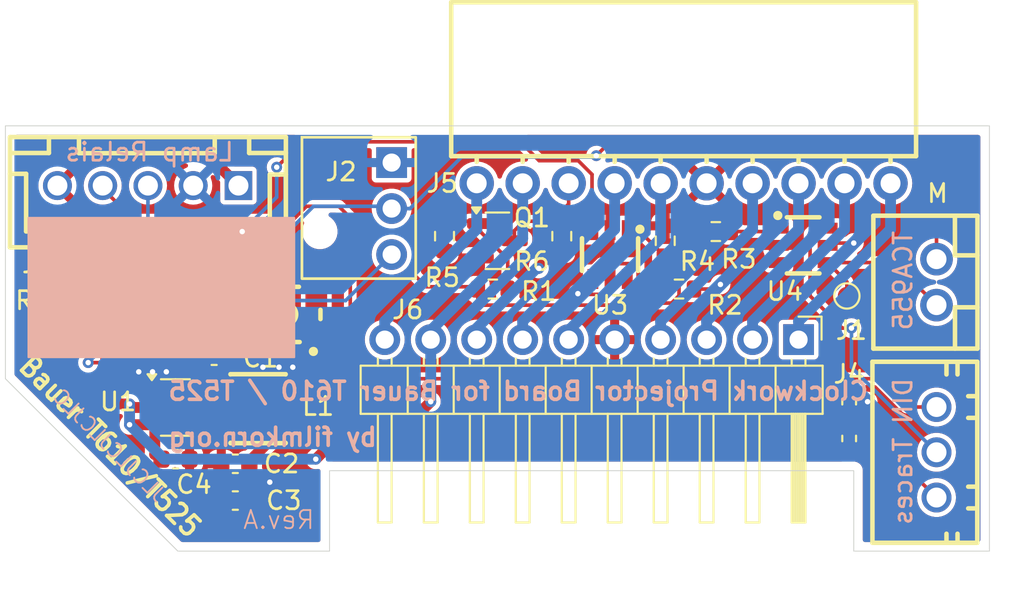
<source format=kicad_pcb>
(kicad_pcb (version 20240108) (generator "pcbnew") (generator_version "8.0")
  (layers (0 "F.Cu" signal) (31 "B.Cu" signal) (34 "B.Paste" user) (35 "F.Paste" user) (36 "B.SilkS" user "B.Silkscreen") (37 "F.SilkS" user "F.Silkscreen") (38 "B.Mask" user) (39 "F.Mask" user) (44 "Edge.Cuts" user))
  (net 0 "")
  (net 1 "Net-(U1-BST)")
  (net 2 "Net-(U1-SW)")
  (net 3 "GND")
  (net 4 "+5V")
  (net 5 "+15V")
  (net 6 "/M-Pin")
  (net 7 "/Pin_678")
  (net 8 "/Ctrl_V_in")
  (net 9 "/Stop_EN")
  (net 10 "/DAC_EN")
  (net 11 "Net-(J5-Pin_1)")
  (net 12 "Net-(J5-Pin_8)")
  (net 13 "Net-(J5-Pin_7)")
  (net 14 "Net-(J5-Pin_10)")
  (net 15 "Net-(J5-Pin_4)")
  (net 16 "Net-(J5-Pin_3)")
  (net 17 "Net-(R3-Pad1)")
  (net 18 "Net-(R3-Pad2)")
  (net 20 "Net-(J5-Pin_6)")
  (net 21 "Net-(J5-Pin_2)")
  (net 22 "Net-(J6-Pin_8)")
  (net 23 "Net-(R2-Pad1)")
  (net 24 "Net-(Q1-G)")
  (net 25 "Net-(U5-+)")
  (net 26 "Net-(R9-Pad2)")
  (net 28 "Net-(R9-Pad1)")
  (net 29 "Net-(U5--)")
  (net 30 "Net-(J4-Pin_3)")
  (footprint "TestPoint:TestPoint_Pad_D1.0mm" (layer "F.Cu") (at 209.677 85.598)
    (property "Reference" "TP1" (hide yes))
    (property "Value" "678")
    (pad "1" smd circle (at 0 0) (size 1 1) (layers "F.Cu" "F.Mask") (net 7 "/Pin_678"))
  )
  (footprint "easyEDA:IND-SMD_L3.0-W3.0" (layer "F.Cu") (at 177.152 91.821 180)
    (property "Reference" "L1" (at -3.315 0.127 0) (layer "F.SilkS"))
    (property "Value" "4.7uH")
    (pad "1" smd rect (at 1.33 0 180) (size 1.5 3.32) (layers "F.Cu" "F.Paste" "F.Mask") (net 2 "Net-(U1-SW)"))
    (pad "2" smd rect (at -1.33 0 180) (size 1.5 3.32) (layers "F.Cu" "F.Paste" "F.Mask") (net 4 "+5V"))
  )
  (footprint "Resistor_SMD:R_0402_1005Metric" (layer "F.Cu") (at 209.804 91.44 90)
    (property "Reference" "R12" (hide yes))
    (property "Value" "40k2")
    (pad "1" smd roundrect (at -0.51 0 90) (size 0.54 0.64) (layers "F.Cu" "F.Paste" "F.Mask") (net 30 "Net-(J4-Pin_3)"))
    (pad "2" smd roundrect (at 0.51 0 90) (size 0.54 0.64) (layers "F.Cu" "F.Paste" "F.Mask") (net 4 "+5V"))
  )
  (footprint "Resistor_SMD:R_0603_1608Metric" (layer "F.Cu") (at 168.91 88.138 -90)
    (property "Reference" "R10" (at -0.762 2.286 0) (layer "F.SilkS"))
    (property "Value" "10k")
    (pad "1" smd roundrect (at -0.825 0 270) (size 0.8 0.95) (layers "F.Cu" "F.Paste" "F.Mask") (net 29 "Net-(U5--)"))
    (pad "2" smd roundrect (at 0.825 0 270) (size 0.8 0.95) (layers "F.Cu" "F.Paste" "F.Mask") (net 8 "/Ctrl_V_in"))
  )
  (footprint "Capacitor_SMD:C_0603_1608Metric" (layer "F.Cu") (at 175.895 94.869 180)
    (property "Reference" "C2" (at -2.553 0 0) (layer "F.SilkS"))
    (property "Value" "22u")
    (pad "1" smd roundrect (at -0.775 0 180) (size 0.9 0.95) (layers "F.Cu" "F.Paste" "F.Mask") (net 4 "+5V"))
    (pad "2" smd roundrect (at 0.775 0 180) (size 0.9 0.95) (layers "F.Cu" "F.Paste" "F.Mask") (net 3 "GND"))
  )
  (footprint "Resistor_SMD:R_0603_1608Metric" (layer "F.Cu") (at 187.452 82.296 90)
    (property "Reference" "R5" (at -2.286 -0.127 180) (layer "F.SilkS"))
    (property "Value" "10k")
    (pad "1" smd roundrect (at -0.825 0 90) (size 0.8 0.95) (layers "F.Cu" "F.Paste" "F.Mask") (net 3 "GND"))
    (pad "2" smd roundrect (at 0.825 0 90) (size 0.8 0.95) (layers "F.Cu" "F.Paste" "F.Mask") (net 24 "Net-(Q1-G)"))
  )
  (footprint "Capacitor_SMD:C_0603_1608Metric" (layer "F.Cu") (at 172.593 94.615)
    (property "Reference" "C4" (at 1.016 1.397 0) (layer "F.SilkS"))
    (property "Value" "10u")
    (pad "1" smd roundrect (at -0.775 0) (size 0.9 0.95) (layers "F.Cu" "F.Paste" "F.Mask") (net 5 "+15V"))
    (pad "2" smd roundrect (at 0.775 0) (size 0.9 0.95) (layers "F.Cu" "F.Paste" "F.Mask") (net 3 "GND"))
  )
  (footprint "Resistor_SMD:R_0603_1608Metric" (layer "F.Cu") (at 202.438 82.042)
    (property "Reference" "R3" (at 1.27 1.524 0) (layer "F.SilkS"))
    (property "Value" "5k6")
    (pad "1" smd roundrect (at -0.825 0) (size 0.8 0.95) (layers "F.Cu" "F.Paste" "F.Mask") (net 17 "Net-(R3-Pad1)"))
    (pad "2" smd roundrect (at 0.825 0) (size 0.8 0.95) (layers "F.Cu" "F.Paste" "F.Mask") (net 18 "Net-(R3-Pad2)"))
  )
  (footprint "Peacemans Teile:PinHeader_1x03_P2.54mm_Vertical_BAUER" (layer "F.Cu") (at 184.531 78.232)
    (property "Reference" "J2" (at -2.794 0.508 0) (layer "F.SilkS"))
    (property "Value" "to DIN connecting 3+1 Socket cable")
    (pad "" np_thru_hole circle (at -3.9624 3.81) (size 1 1) (drill 1.45) (layers "F&B.Cu"))
    (pad "1" thru_hole rect (at 0 0) (size 1.7 1.7) (drill 1) (layers "*.Cu" "*.Mask") (net 4 "+5V"))
    (pad "2" thru_hole oval (at 0 2.54) (size 1.7 1.7) (drill 1) (layers "*.Cu" "*.Mask") (net 6 "/M-Pin"))
    (pad "3" thru_hole oval (at 0 5.08) (size 1.7 1.7) (drill 1) (layers "*.Cu" "*.Mask") (net 8 "/Ctrl_V_in"))
  )
  (footprint "Package_TO_SOT_SMD:TSOT-23-6" (layer "F.Cu") (at 172.5855 91.76)
    (property "Reference" "U1" (at -3.1675 -0.32 0) (layer "F.SilkS"))
    (property "Value" "AP63205WU")
    (pad "1" smd roundrect (at -1.1375 -0.95) (size 1.325 0.6) (layers "F.Cu" "F.Paste" "F.Mask") (net 4 "+5V"))
    (pad "2" smd roundrect (at -1.1375 0) (size 1.325 0.6) (layers "F.Cu" "F.Paste" "F.Mask") (net 5 "+15V"))
    (pad "3" smd roundrect (at -1.1375 0.95) (size 1.325 0.6) (layers "F.Cu" "F.Paste" "F.Mask") (net 5 "+15V"))
    (pad "4" smd roundrect (at 1.1375 0.95) (size 1.325 0.6) (layers "F.Cu" "F.Paste" "F.Mask") (net 3 "GND"))
    (pad "5" smd roundrect (at 1.1375 0) (size 1.325 0.6) (layers "F.Cu" "F.Paste" "F.Mask") (net 2 "Net-(U1-SW)"))
    (pad "6" smd roundrect (at 1.1375 -0.95) (size 1.325 0.6) (layers "F.Cu" "F.Paste" "F.Mask") (net 1 "Net-(U1-BST)"))
  )
  (footprint "easyEDA:SOT-23-6_L2.9-W1.6-P0.95-LS2.8-BR" (layer "F.Cu") (at 207.264 82.804 180)
    (property "Reference" "U4" (at 1.016 -2.54 180) (layer "F.SilkS"))
    (property "Value" "TS5A3160DBVR-TP")
    (pad "1" smd rect (at 1.35 0.95 180) (size 1.1 0.6) (layers "F.Cu" "F.Paste" "F.Mask") (net 18 "Net-(R3-Pad2)"))
    (pad "2" smd rect (at 1.35 0 180) (size 1.1 0.6) (layers "F.Cu" "F.Paste" "F.Mask") (net 3 "GND"))
    (pad "3" smd rect (at 1.35 -0.95 180) (size 1.1 0.6) (layers "F.Cu" "F.Paste" "F.Mask"))
    (pad "4" smd rect (at -1.35 -0.95 180) (size 1.1 0.6) (layers "F.Cu" "F.Paste" "F.Mask") (net 7 "/Pin_678"))
    (pad "5" smd rect (at -1.35 0 180) (size 1.1 0.6) (layers "F.Cu" "F.Paste" "F.Mask") (net 4 "+5V"))
    (pad "6" smd rect (at -1.35 0.95 180) (size 1.1 0.6) (layers "F.Cu" "F.Paste" "F.Mask") (net 10 "/DAC_EN"))
  )
  (footprint "easyEDA:SOT-23-5_L2.9-W1.6-P0.95-LS2.8-BR" (layer "F.Cu") (at 172.212 85.09 90)
    (property "Reference" "U5" (at -0.889 2.667 180) (layer "F.SilkS"))
    (property "Value" "TSV911ILT")
    (pad "1" smd rect (at 1.1 0.95 180) (size 0.6 1) (layers "F.Cu" "F.Paste" "F.Mask") (net 28 "Net-(R9-Pad1)"))
    (pad "2" smd rect (at 1.1 0 180) (size 0.6 1) (layers "F.Cu" "F.Paste" "F.Mask") (net 3 "GND"))
    (pad "3" smd rect (at 1.1 -0.95 180) (size 0.6 1) (layers "F.Cu" "F.Paste" "F.Mask") (net 25 "Net-(U5-+)"))
    (pad "4" smd rect (at -1.1 -0.95 180) (size 0.6 1) (layers "F.Cu" "F.Paste" "F.Mask") (net 29 "Net-(U5--)"))
    (pad "5" smd rect (at -1.1 0.95 180) (size 0.6 1) (layers "F.Cu" "F.Paste" "F.Mask") (net 4 "+5V"))
  )
  (footprint "Resistor_SMD:R_0603_1608Metric" (layer "F.Cu") (at 166.497 84.963 -90)
    (property "Reference" "R7" (at 0.889 1.778 180) (layer "F.SilkS"))
    (property "Value" "10k")
    (pad "1" smd roundrect (at -0.825 0 270) (size 0.8 0.95) (layers "F.Cu" "F.Paste" "F.Mask") (net 25 "Net-(U5-+)"))
    (pad "2" smd roundrect (at 0.825 0 270) (size 0.8 0.95) (layers "F.Cu" "F.Paste" "F.Mask") (net 4 "+5V"))
  )
  (footprint "easyEDA:CONN-TH_5P-P2.50_ZX-XH2.54-5PZZ" (layer "F.Cu") (at 171.069 79.502 180)
    (property "Reference" "J3" (at 6.096 -4.318 0) (layer "F.SilkS"))
    (property "Value" "to Lamp Relay Board")
    (pad "1" thru_hole rect (at -5 0 180) (size 1.52 1.6) (drill 1.100023) (layers "*.Cu" "*.Mask") (net 5 "+15V"))
    (pad "2" thru_hole circle (at -2.5 0 180) (size 1.6 1.6) (drill 1.100023) (layers "*.Cu" "*.Mask") (net 4 "+5V"))
    (pad "3" thru_hole circle (at 0 0 180) (size 1.6 1.6) (drill 1.100023) (layers "*.Cu" "*.Mask") (net 6 "/M-Pin"))
    (pad "4" thru_hole circle (at 2.5 0 180) (size 1.6 1.6) (drill 1.100023) (layers "*.Cu" "*.Mask") (net 9 "/Stop_EN"))
    (pad "5" thru_hole circle (at 5 0 180) (size 1.6 1.6) (drill 1.100023) (layers "*.Cu" "*.Mask") (net 3 "GND"))
  )
  (footprint "easyEDA:CONN-TH_2P-P2.54_ZX-XH2.54-2PZZ-Y" (layer "F.Cu") (at 214.63 84.836 90)
    (property "Reference" "J1" (at -2.667 -4.699 180) (layer "F.SilkS"))
    (property "Value" "to TCA955 PCB")
    (pad "1" thru_hole circle (at 1.27 0 90) (size 1.8 1.8) (drill 1.100023) (layers "*.Cu" "*.Mask") (net 6 "/M-Pin"))
    (pad "2" thru_hole circle (at -1.27 0 90) (size 1.8 1.8) (drill 1.100023) (layers "*.Cu" "*.Mask") (net 7 "/Pin_678"))
  )
  (footprint "Resistor_SMD:R_0603_1608Metric" (layer "F.Cu") (at 193.929 82.296 90)
    (property "Reference" "R6" (at -1.397 -1.651 180) (layer "F.SilkS"))
    (property "Value" "10k")
    (pad "1" smd roundrect (at -0.825 0 90) (size 0.8 0.95) (layers "F.Cu" "F.Paste" "F.Mask") (net 22 "Net-(J6-Pin_8)"))
    (pad "2" smd roundrect (at 0.825 0 90) (size 0.8 0.95) (layers "F.Cu" "F.Paste" "F.Mask") (net 12 "Net-(J5-Pin_8)"))
  )
  (footprint "Capacitor_SMD:C_0603_1608Metric" (layer "F.Cu") (at 175.895 96.901 180)
    (property "Reference" "C3" (at -2.68 0 0) (layer "F.SilkS"))
    (property "Value" "22u")
    (pad "1" smd roundrect (at -0.775 0 180) (size 0.9 0.95) (layers "F.Cu" "F.Paste" "F.Mask") (net 4 "+5V"))
    (pad "2" smd roundrect (at 0.775 0 180) (size 0.9 0.95) (layers "F.Cu" "F.Paste" "F.Mask") (net 3 "GND"))
  )
  (footprint "Resistor_SMD:R_0402_1005Metric" (layer "F.Cu") (at 209.804 93.472 90)
    (property "Reference" "R11" (hide yes))
    (property "Value" "10k")
    (pad "1" smd roundrect (at -0.51 0 90) (size 0.54 0.64) (layers "F.Cu" "F.Paste" "F.Mask") (net 3 "GND"))
    (pad "2" smd roundrect (at 0.51 0 90) (size 0.54 0.64) (layers "F.Cu" "F.Paste" "F.Mask") (net 30 "Net-(J4-Pin_3)"))
  )
  (footprint "easyEDA:RES-ADJ-SMD_3P-L3.8-W3.7_VGF39NCHXT" (layer "F.Cu") (at 178.689 86.614)
    (property "Reference" "RV1" (hide yes))
    (property "Value" "300")
    (pad "1" smd rect (at 1.68 1) (size 1.2 1.2) (layers "F.Cu" "F.Paste" "F.Mask"))
    (pad "2" smd rect (at -1.68 -0.01) (size 1.6 1.5) (layers "F.Cu" "F.Paste" "F.Mask") (net 29 "Net-(U5--)"))
    (pad "3" smd rect (at 1.68 -1) (size 1.2 1.2) (layers "F.Cu" "F.Paste" "F.Mask") (net 26 "Net-(R9-Pad2)"))
  )
  (footprint "Resistor_SMD:R_0603_1608Metric" (layer "F.Cu") (at 177.165 83.947)
    (property "Reference" "R9" (at -2.286 0.254 0) (layer "F.SilkS"))
    (property "Value" "2k7")
    (pad "1" smd roundrect (at -0.825 0) (size 0.8 0.95) (layers "F.Cu" "F.Paste" "F.Mask") (net 28 "Net-(R9-Pad1)"))
    (pad "2" smd roundrect (at 0.825 0) (size 0.8 0.95) (layers "F.Cu" "F.Paste" "F.Mask") (net 26 "Net-(R9-Pad2)"))
  )
  (footprint "easyEDA:HDR-TH_10P-P2.54-H-F-W10.0-N" (layer "F.Cu") (at 200.66 79.375 180)
    (property "Reference" "J5" (at 13.335 0 0) (layer "F.SilkS"))
    (property "Value" "Relais Board")
    (pad "1" thru_hole circle (at -11.43 0 180) (size 1.9 1.9) (drill 1.100023) (layers "*.Cu" "*.Mask") (net 11 "Net-(J5-Pin_1)"))
    (pad "2" thru_hole circle (at -8.89 0 180) (size 1.9 1.9) (drill 1.100023) (layers "*.Cu" "*.Mask") (net 21 "Net-(J5-Pin_2)"))
    (pad "3" thru_hole circle (at -6.35 0 180) (size 1.9 1.9) (drill 1.100023) (layers "*.Cu" "*.Mask") (net 16 "Net-(J5-Pin_3)"))
    (pad "4" thru_hole circle (at -3.81 0 180) (size 1.9 1.9) (drill 1.100023) (layers "*.Cu" "*.Mask") (net 15 "Net-(J5-Pin_4)"))
    (pad "5" thru_hole circle (at -1.27 0 180) (size 1.9 1.9) (drill 1.100023) (layers "*.Cu" "*.Mask") (net 3 "GND"))
    (pad "6" thru_hole circle (at 1.27 0 180) (size 1.9 1.9) (drill 1.100023) (layers "*.Cu" "*.Mask") (net 20 "Net-(J5-Pin_6)"))
    (pad "7" thru_hole circle (at 3.81 0 180) (size 1.9 1.9) (drill 1.100023) (layers "*.Cu" "*.Mask") (net 13 "Net-(J5-Pin_7)"))
    (pad "8" thru_hole circle (at 6.35 0 180) (size 1.9 1.9) (drill 1.100023) (layers "*.Cu" "*.Mask") (net 12 "Net-(J5-Pin_8)"))
    (pad "9" thru_hole circle (at 8.89 0 180) (size 1.9 1.9) (drill 1.100023) (layers "*.Cu" "*.Mask") (net 5 "+15V"))
    (pad "10" thru_hole circle (at 11.43 0 180) (size 1.9 1.9) (drill 1.100023) (layers "*.Cu" "*.Mask") (net 14 "Net-(J5-Pin_10)"))
  )
  (footprint "Resistor_SMD:R_0603_1608Metric" (layer "F.Cu") (at 199.644 82.55 -90)
    (property "Reference" "R4" (at 1.143 -1.778 0) (layer "F.SilkS"))
    (property "Value" "2k7")
    (pad "1" smd roundrect (at -0.825 0 270) (size 0.8 0.95) (layers "F.Cu" "F.Paste" "F.Mask") (net 3 "GND"))
    (pad "2" smd roundrect (at 0.825 0 270) (size 0.8 0.95) (layers "F.Cu" "F.Paste" "F.Mask") (net 23 "Net-(R2-Pad1)"))
  )
  (footprint "Resistor_SMD:R_0603_1608Metric" (layer "F.Cu") (at 168.91 84.963 90)
    (property "Reference" "R8" (hide yes))
    (property "Value" "4k7")
    (pad "1" smd roundrect (at -0.825 0 90) (size 0.8 0.95) (layers "F.Cu" "F.Paste" "F.Mask") (net 3 "GND"))
    (pad "2" smd roundrect (at 0.825 0 90) (size 0.8 0.95) (layers "F.Cu" "F.Paste" "F.Mask") (net 25 "Net-(U5-+)"))
  )
  (footprint "easyEDA:CONN-TH_ZX-XH2.54-3PZZ-Y" (layer "F.Cu") (at 214.63 94.234 -90)
    (property "Reference" "J4" (at -4.318 4.826 180) (layer "F.SilkS"))
    (property "Value" "to DIN Socket traces")
    (pad "1" thru_hole circle (at -2.5 0 270) (size 1.65 1.65) (drill 1.100023) (layers "*.Cu" "*.Mask") (net 9 "/Stop_EN"))
    (pad "2" thru_hole circle (at 0 0 270) (size 1.65 1.65) (drill 1.100023) (layers "*.Cu" "*.Mask") (net 10 "/DAC_EN"))
    (pad "3" thru_hole circle (at 2.5 0 270) (size 1.65 1.65) (drill 1.100023) (layers "*.Cu" "*.Mask") (net 30 "Net-(J4-Pin_3)"))
  )
  (footprint "Package_TO_SOT_SMD:SOT-23" (layer "F.Cu") (at 190.373 82.55)
    (property "Reference" "Q1" (at 1.905 -1.27 0) (layer "F.SilkS"))
    (property "Value" "AO3400A")
    (pad "1" smd roundrect (at -0.9375 -0.95) (size 1.475 0.6) (layers "F.Cu" "F.Paste" "F.Mask") (net 24 "Net-(Q1-G)"))
    (pad "2" smd roundrect (at -0.9375 0.95) (size 1.475 0.6) (layers "F.Cu" "F.Paste" "F.Mask") (net 3 "GND"))
    (pad "3" smd roundrect (at 0.9375 0) (size 1.475 0.6) (layers "F.Cu" "F.Paste" "F.Mask") (net 12 "Net-(J5-Pin_8)"))
  )
  (footprint "easyEDA:SOT-23-6_L2.9-W1.6-P0.95-LS2.8-BR" (layer "F.Cu") (at 196.596 83.312 90)
    (property "Reference" "U3" (at -2.794 0 180) (layer "F.SilkS"))
    (property "Value" "TS5A3160DBVR-TP")
    (pad "1" smd rect (at 1.35 0.95 90) (size 1.1 0.6) (layers "F.Cu" "F.Paste" "F.Mask") (net 23 "Net-(R2-Pad1)"))
    (pad "2" smd rect (at 1.35 0 90) (size 1.1 0.6) (layers "F.Cu" "F.Paste" "F.Mask") (net 3 "GND"))
    (pad "3" smd rect (at 1.35 -0.95 90) (size 1.1 0.6) (layers "F.Cu" "F.Paste" "F.Mask") (net 28 "Net-(R9-Pad1)"))
    (pad "4" smd rect (at -1.35 -0.95 90) (size 1.1 0.6) (layers "F.Cu" "F.Paste" "F.Mask") (net 17 "Net-(R3-Pad1)"))
    (pad "5" smd rect (at -1.35 0 90) (size 1.1 0.6) (layers "F.Cu" "F.Paste" "F.Mask") (net 4 "+5V"))
    (pad "6" smd rect (at -1.35 0.95 90) (size 1.1 0.6) (layers "F.Cu" "F.Paste" "F.Mask") (net 9 "/Stop_EN"))
  )
  (footprint "Resistor_SMD:R_0603_1608Metric" (layer "F.Cu") (at 200.406 85.217)
    (property "Reference" "R2" (at 2.54 0.889 180) (layer "F.SilkS"))
    (property "Value" "6k8")
    (pad "1" smd roundrect (at -0.825 0) (size 0.8 0.95) (layers "F.Cu" "F.Paste" "F.Mask") (net 23 "Net-(R2-Pad1)"))
    (pad "2" smd roundrect (at 0.825 0) (size 0.8 0.95) (layers "F.Cu" "F.Paste" "F.Mask") (net 4 "+5V"))
  )
  (footprint "Capacitor_SMD:C_0603_1608Metric" (layer "F.Cu") (at 171.577 88.011 180)
    (property "Reference" "C5" (at -2.54 0.508 0) (layer "F.SilkS"))
    (property "Value" "100n")
    (pad "1" smd roundrect (at -0.775 0 180) (size 0.9 0.95) (layers "F.Cu" "F.Paste" "F.Mask") (net 4 "+5V"))
    (pad "2" smd roundrect (at 0.775 0 180) (size 0.9 0.95) (layers "F.Cu" "F.Paste" "F.Mask") (net 3 "GND"))
  )
  (footprint "Connector_PinHeader_2.54mm:PinHeader_1x10_P2.54mm_Horizontal" (layer "F.Cu") (at 207.01 88.011 -90)
    (property "Reference" "J6" (at -1.651 21.59 180) (layer "F.SilkS"))
    (property "Value" "uC Cable")
    (pad "1" thru_hole rect (at 0 0 270) (size 1.7 1.7) (drill 1) (layers "*.Cu" "*.Mask") (net 11 "Net-(J5-Pin_1)"))
    (pad "2" thru_hole oval (at 0 2.54 270) (size 1.7 1.7) (drill 1) (layers "*.Cu" "*.Mask") (net 21 "Net-(J5-Pin_2)"))
    (pad "3" thru_hole oval (at 0 5.08 270) (size 1.7 1.7) (drill 1) (layers "*.Cu" "*.Mask") (net 16 "Net-(J5-Pin_3)"))
    (pad "4" thru_hole oval (at 0 7.62 270) (size 1.7 1.7) (drill 1) (layers "*.Cu" "*.Mask") (net 15 "Net-(J5-Pin_4)"))
    (pad "5" thru_hole oval (at 0 10.16 270) (size 1.7 1.7) (drill 1) (layers "*.Cu" "*.Mask") (net 3 "GND"))
    (pad "6" thru_hole oval (at 0 12.7 270) (size 1.7 1.7) (drill 1) (layers "*.Cu" "*.Mask") (net 20 "Net-(J5-Pin_6)"))
    (pad "7" thru_hole oval (at 0 15.24 270) (size 1.7 1.7) (drill 1) (layers "*.Cu" "*.Mask") (net 13 "Net-(J5-Pin_7)"))
    (pad "8" thru_hole oval (at 0 17.78 270) (size 1.7 1.7) (drill 1) (layers "*.Cu" "*.Mask") (net 22 "Net-(J6-Pin_8)"))
    (pad "9" thru_hole oval (at 0 20.32 270) (size 1.7 1.7) (drill 1) (layers "*.Cu" "*.Mask") (net 5 "+15V"))
    (pad "10" thru_hole oval (at 0 22.86 270) (size 1.7 1.7) (drill 1) (layers "*.Cu" "*.Mask") (net 14 "Net-(J5-Pin_10)"))
  )
  (footprint "Resistor_SMD:R_0603_1608Metric" (layer "F.Cu") (at 190.119 85.217)
    (property "Reference" "R1" (at 2.54 0.127 0) (layer "F.SilkS"))
    (property "Value" "220")
    (pad "1" smd roundrect (at -0.825 0) (size 0.8 0.95) (layers "F.Cu" "F.Paste" "F.Mask") (net 9 "/Stop_EN"))
    (pad "2" smd roundrect (at 0.825 0) (size 0.8 0.95) (layers "F.Cu" "F.Paste" "F.Mask") (net 24 "Net-(Q1-G)"))
  )
  (footprint "Capacitor_SMD:C_0603_1608Metric" (layer "F.Cu") (at 174.726 88.9 180)
    (property "Reference" "C1" (at -2.566 -0.127 0) (layer "F.SilkS"))
    (property "Value" "100n")
    (pad "1" smd roundrect (at -0.775 0 180) (size 0.9 0.95) (layers "F.Cu" "F.Paste" "F.Mask") (net 2 "Net-(U1-SW)"))
    (pad "2" smd roundrect (at 0.775 0 180) (size 0.9 0.95) (layers "F.Cu" "F.Paste" "F.Mask") (net 1 "Net-(U1-BST)"))
  )
  (gr_rect (start 164.465 81.28) (end 179.154876 88.984876) (stroke (width 0.1)) (fill solid) (layer "B.SilkS"))
  (gr_poly (pts (xy 163.195 76.2) (xy 217.551 76.2) (xy 217.551 99.695) (xy 210.058 99.695) (xy 210.058 95.25) (xy 181.102 95.25) (xy 181.102 99.695) (xy 172.72 99.695) (xy 163.195 90.17)) (stroke (width 0.05)) (fill none) (layer "Edge.Cuts"))
  (gr_text "Clockwork Projector Board for Bauer T610 / T525" (at 172.085 91.44 0) (layer "B.SilkS") (effects (font (size 1 1) (thickness 0.2) (bold yes)) (justify right bottom mirror)))
  (gr_text "by filmkorn.org" (at 172.085 93.98 0) (layer "B.SilkS") (effects (font (size 1 1) (thickness 0.2) (bold yes)) (justify right bottom mirror)))
  (gr_text "TCA955" (at 213.36 81.915 90) (layer "B.SilkS") (effects (font (size 1 1)) (justify left bottom mirror)))
  (gr_text "Lamp Relais" (at 175.895 78.232 0) (layer "B.SilkS") (effects (font (size 1 1)) (justify left bottom mirror)))
  (gr_text "DIN Traces" (at 213.36 90.043 90) (layer "B.SilkS") (effects (font (size 1 1)) (justify left bottom mirror)))
  (gr_text "Rev.A" (at 180.34 98.552 0) (layer "B.SilkS") (effects (font (size 1 1) (thickness 0.1)) (justify left bottom mirror)))
  (gr_text "JLCJLCJLCJLC" (at 171.577 97.155 315) (layer "B.SilkS") (effects (font (size 0.8 0.8) (thickness 0.1)) (justify left bottom mirror)))
  (gr_text "Bauer T610/T525" (at 168.529 94.361 315) (layer "F.SilkS") (effects (font (size 1.1 1) (thickness 0.2) (bold yes)) (justify bottom)))
  (gr_text "M" (at 214.015 80.518 0) (layer "F.SilkS") (effects (font (size 1 1)) (justify left bottom)))
  (segment (start 173.723 90.81) (end 173.723 89.802) (width 0.6) (layer "F.Cu") (net 1))
  (segment (start 173.99 89.535) (end 173.951 89.496) (width 0.6) (layer "F.Cu") (net 1))
  (segment (start 173.951 89.496) (end 173.951 88.9) (width 0.6) (layer "F.Cu") (net 1))
  (segment (start 173.723 89.802) (end 173.99 89.535) (width 0.6) (layer "F.Cu") (net 1))
  (segment (start 175.761 91.76) (end 175.822 91.821) (width 0.2) (layer "F.Cu") (net 2))
  (segment (start 175.501 91.5) (end 175.822 91.821) (width 0.2) (layer "F.Cu") (net 2))
  (segment (start 175.501 88.9) (end 175.501 91.5) (width 0.6) (layer "F.Cu") (net 2))
  (segment (start 173.723 91.76) (end 175.761 91.76) (width 0.6) (layer "F.Cu") (net 2))
  (segment (start 178.482 92.917) (end 178.482 91.821) (width 0.6) (layer "F.Cu") (net 4))
  (segment (start 176.67 95.758) (end 177.673 95.758) (width 0.6) (layer "F.Cu") (net 4))
  (segment (start 201.231 85.217) (end 201.231 84.962) (width 0.2) (layer "F.Cu") (net 4))
  (segment (start 172.085 88.278) (end 172.352 88.011) (width 0.6) (layer "F.Cu") (net 4))
  (segment (start 176.67 94.729) (end 178.482 92.917) (width 0.6) (layer "F.Cu") (net 4))
  (segment (start 194.818 85.471) (end 194.859 85.512) (width 0.2) (layer "F.Cu") (net 4))
  (segment (start 172.974 86.378) (end 173.162 86.19) (width 0.6) (layer "F.Cu") (net 4))
  (segment (start 172.085 89.789) (end 172.085 88.278) (width 0.6) (layer "F.Cu") (net 4))
  (segment (start 171.323 89.789) (end 170.561 89.789) (width 0.6) (layer "F.Cu") (net 4))
  (segment (start 171.448 90.426) (end 172.085 89.789) (width 0.6) (layer "F.Cu") (net 4))
  (segment (start 171.448 90.81) (end 171.189 90.551) (width 0.6) (layer "F.Cu") (net 4))
  (segment (start 201.231 85.217) (end 202.438 85.217) (width 0.2) (layer "F.Cu") (net 4))
  (segment (start 172.974 87.389) (end 172.974 86.378) (width 0.6) (layer "F.Cu") (net 4))
  (segment (start 210.31 90.93) (end 210.82 91.44) (width 0.2) (layer "F.Cu") (net 4))
  (segment (start 176.67 95.758) (end 176.67 94.869) (width 0.6) (layer "F.Cu") (net 4))
  (segment (start 176.67 96.901) (end 176.67 95.758) (width 0.6) (layer "F.Cu") (net 4))
  (segment (start 171.189 90.551) (end 167.513 90.551) (width 0.6) (layer "F.Cu") (net 4))
  (segment (start 210.058 82.677) (end 208.741 82.677) (width 0.2) (layer "F.Cu") (net 4))
  (segment (start 178.482 89.709) (end 178.308 89.535) (width 0.6) (layer "F.Cu") (net 4))
  (segment (start 171.448 90.81) (end 171.448 90.426) (width 0.6) (layer "F.Cu") (net 4))
  (segment (start 196.596 85.412) (end 196.596 84.662) (width 0.2) (layer "F.Cu") (net 4))
  (segment (start 209.804 90.93) (end 210.31 90.93) (width 0.2) (layer "F.Cu") (net 4))
  (segment (start 178.308 89.535) (end 179.07 89.535) (width 0.6) (layer "F.Cu") (net 4))
  (segment (start 177.419 89.535) (end 179.07 89.535) (width 0.6) (layer "F.Cu") (net 4))
  (segment (start 166.497 89.535) (end 166.497 85.788) (width 0.6) (layer "F.Cu") (net 4))
  (segment (start 196.496 85.512) (end 196.596 85.412) (width 0.2) (layer "F.Cu") (net 4))
  (segment (start 171.198 90.426) (end 170.561 89.789) (width 0.6) (layer "F.Cu") (net 4))
  (segment (start 172.085 89.789) (end 171.323 89.789) (width 0.6) (layer "F.Cu") (net 4))
  (segment (start 171.448 90.426) (end 171.198 90.426) (width 0.6) (layer "F.Cu") (net 4))
  (segment (start 177.673 95.758) (end 177.8 95.885) (width 0.6) (layer "F.Cu") (net 4))
  (segment (start 176.67 94.869) (end 176.67 94.729) (width 0.6) (layer "F.Cu") (net 4))
  (segment (start 178.482 91.821) (end 178.482 89.709) (width 0.6) (layer "F.Cu") (net 4))
  (segment (start 194.859 85.512) (end 196.496 85.512) (width 0.2) (layer "F.Cu") (net 4))
  (segment (start 202.438 85.217) (end 202.692 84.963) (width 0.2) (layer "F.Cu") (net 4))
  (segment (start 208.741 82.677) (end 208.614 82.804) (width 0.2) (layer "F.Cu") (net 4))
  (segment (start 172.352 88.011) (end 172.974 87.389) (width 0.6) (layer "F.Cu") (net 4))
  (segment (start 167.513 90.551) (end 166.497 89.535) (width 0.6) (layer "F.Cu") (net 4))
  (via (at 202.692 84.963) (size 0.6) (drill 0.3) (layers "F.Cu" "B.Cu") (net 4))
  (via (at 210.82 91.44) (size 0.6) (drill 0.3) (layers "F.Cu" "B.Cu") (net 4))
  (via (at 172.085 89.789) (size 0.6) (drill 0.3) (layers "F.Cu" "B.Cu") (net 4))
  (via (at 210.058 82.677) (size 0.6) (drill 0.3) (layers "F.Cu" "B.Cu") (net 4))
  (via (at 179.07 89.535) (size 0.6) (drill 0.3) (layers "F.Cu" "B.Cu") (net 4))
  (via (at 194.818 85.471) (size 0.6) (drill 0.3) (layers "F.Cu" "B.Cu") (net 4))
  (via (at 170.561 89.789) (size 0.6) (drill 0.3) (layers "F.Cu" "B.Cu") (net 4))
  (via (at 178.308 89.535) (size 0.6) (drill 0.3) (layers "F.Cu" "B.Cu") (net 4))
  (via (at 177.419 89.535) (size 0.6) (drill 0.3) (layers "F.Cu" "B.Cu") (net 4))
  (via (at 171.323 89.789) (size 0.6) (drill 0.3) (layers "F.Cu" "B.Cu") (net 4))
  (via (at 177.8 95.885) (size 0.6) (drill 0.3) (layers "F.Cu" "B.Cu") (net 4))
  (segment (start 182.245 92.71) (end 180.34 94.615) (width 0.6) (layer "F.Cu") (net 5))
  (segment (start 165.227 77.724) (end 174.291 77.724) (width 0.6) (layer "F.Cu") (net 5))
  (segment (start 170.053 91.567) (end 170.246 91.76) (width 0.6) (layer "F.Cu") (net 5))
  (segment (start 174.291 77.724) (end 176.069 79.502) (width 0.6) (layer "F.Cu") (net 5))
  (segment (start 164.719 89.154) (end 164.719 78.232) (width 0.6) (layer "F.Cu") (net 5))
  (segment (start 170.246 91.76) (end 171.448 91.76) (width 0.6) (layer "F.Cu") (net 5))
  (segment (start 164.719 78.232) (end 165.227 77.724) (width 0.6) (layer "F.Cu") (net 5))
  (segment (start 167.132 91.567) (end 164.719 89.154) (width 0.6) (layer "F.Cu") (net 5))
  (segment (start 171.448 94.35) (end 171.437 94.361) (width 0.6) (layer "F.Cu") (net 5))
  (segment (start 186.69 91.44) (end 185.42 92.71) (width 0.6) (layer "F.Cu") (net 5))
  (segment (start 185.42 92.71) (end 182.245 92.71) (width 0.6) (layer "F.Cu") (net 5))
  (segment (start 171.448 92.71) (end 171.448 94.35) (width 0.6) (layer "F.Cu") (net 5))
  (segment (start 170.053 91.567) (end 167.132 91.567) (width 0.6) (layer "F.Cu") (net 5))
  (segment (start 170.053 92.71) (end 171.448 92.71) (width 0.6) (layer "F.Cu") (net 5))
  (via (at 170.053 92.71) (size 0.6) (drill 0.3) (layers "F.Cu" "B.Cu") (net 5))
  (via (at 186.69 91.44) (size 0.6) (drill 0.3) (layers "F.Cu" "B.Cu") (net 5))
  (via (at 170.053 91.567) (size 0.6) (drill 0.3) (layers "F.Cu" "B.Cu") (net 5))
  (via (at 180.34 94.615) (size 0.6) (drill 0.3) (layers "F.Cu" "B.Cu") (net 5))
  (segment (start 191.77 82.423) (end 191.77 79.375) (width 0.6) (layer "B.Cu") (net 5))
  (segment (start 186.69 87.503) (end 191.77 82.423) (width 0.6) (layer "B.Cu") (net 5))
  (segment (start 186.69 88.011) (end 186.69 91.44) (width 0.6) (layer "B.Cu") (net 5))
  (segment (start 171.958 94.615) (end 170.053 92.71) (width 0.6) (layer "B.Cu") (net 5))
  (segment (start 170.053 92.71) (end 170.053 91.567) (width 0.6) (layer "B.Cu") (net 5))
  (segment (start 180.34 94.615) (end 171.958 94.615) (width 0.6) (layer "B.Cu") (net 5))
  (segment (start 186.69 88.011) (end 186.69 87.503) (width 0.6) (layer "B.Cu") (net 5))
  (segment (start 214.63 79.375) (end 214.63 83.566) (width 0.2) (layer "F.Cu") (net 6))
  (segment (start 212.598 77.343) (end 214.63 79.375) (width 0.2) (layer "F.Cu") (net 6))
  (segment (start 195.834 77.851) (end 196.342 77.343) (width 0.2) (layer "F.Cu") (net 6))
  (segment (start 196.342 77.343) (end 212.598 77.343) (width 0.2) (layer "F.Cu") (net 6))
  (via (at 195.834 77.851) (size 0.6) (drill 0.3) (layers "F.Cu" "B.Cu") (net 6))
  (segment (start 180.213 80.645) (end 184.404 80.645) (width 0.2) (layer "B.Cu") (net 6))
  (segment (start 171.069 81.407) (end 173.228 83.566) (width 0.2) (layer "B.Cu") (net 6))
  (segment (start 173.228 83.566) (end 177.292 83.566) (width 0.2) (layer "B.Cu") (net 6))
  (segment (start 171.069 79.502) (end 171.069 81.407) (width 0.2) (layer "B.Cu") (net 6))
  (segment (start 195.834 77.851) (end 195.76 77.925) (width 0.2) (layer "B.Cu") (net 6))
  (segment (start 177.292 83.566) (end 180.213 80.645) (width 0.2) (layer "B.Cu") (net 6))
  (segment (start 184.404 80.645) (end 184.531 80.772) (width 0.2) (layer "B.Cu") (net 6))
  (segment (start 188.394 77.925) (end 185.547 80.772) (width 0.2) (layer "B.Cu") (net 6))
  (segment (start 185.547 80.772) (end 184.531 80.772) (width 0.2) (layer "B.Cu") (net 6))
  (segment (start 195.76 77.925) (end 188.394 77.925) (width 0.2) (layer "B.Cu") (net 6))
  (segment (start 209.677 84.817) (end 208.614 83.754) (width 0.2) (layer "F.Cu") (net 7))
  (segment (start 209.677 85.598) (end 209.677 84.817) (width 0.2) (layer "F.Cu") (net 7))
  (segment (start 208.614 83.754) (end 212.278 83.754) (width 0.2) (layer "F.Cu") (net 7))
  (segment (start 212.278 83.754) (end 214.63 86.106) (width 0.2) (layer "F.Cu") (net 7))
  (segment (start 168.592 89.281) (end 168.91 88.963) (width 0.2) (layer "F.Cu") (net 8))
  (segment (start 167.767 89.281) (end 168.592 89.281) (width 0.2) (layer "F.Cu") (net 8))
  (via (at 167.767 89.281) (size 0.6) (drill 0.3) (layers "F.Cu" "B.Cu") (net 8))
  (segment (start 181.991 85.852) (end 184.531 83.312) (width 0.2) (layer "B.Cu") (net 8))
  (segment (start 167.767 89.281) (end 171.196 85.852) (width 0.2) (layer "B.Cu") (net 8))
  (segment (start 171.196 85.852) (end 181.991 85.852) (width 0.2) (layer "B.Cu") (net 8))
  (segment (start 189.167 85.09) (end 189.294 85.217) (width 0.2) (layer "F.Cu") (net 9))
  (segment (start 170.307 81.407) (end 179.065 81.407) (width 0.2) (layer "F.Cu") (net 9))
  (segment (start 183.027 82.062) (end 185.048767 82.062) (width 0.2) (layer "F.Cu") (net 9))
  (segment (start 183.515 90.17) (end 211.415 90.17) (width 0.2) (layer "F.Cu") (net 9))
  (segment (start 179.827 80.645) (end 181.61 80.645) (width 0.2) (layer "F.Cu") (net 9))
  (segment (start 197.546 85.537) (end 197.546 84.662) (width 0.2) (layer "F.Cu") (net 9))
  (segment (start 189.294 85.217) (end 189.294 85.852) (width 0.2) (layer "F.Cu") (net 9))
  (segment (start 189.548 86.106) (end 196.977 86.106) (width 0.2) (layer "F.Cu") (net 9))
  (segment (start 212.979 91.734) (end 214.884 91.734) (width 0.2) (layer "F.Cu") (net 9))
  (segment (start 189.294 85.852) (end 189.548 86.106) (width 0.2) (layer "F.Cu") (net 9))
  (segment (start 185.801 84.063767) (end 185.801 84.455) (width 0.2) (layer "F.Cu") (net 9))
  (segment (start 168.569 79.502) (end 168.569 79.669) (width 0.2) (layer "F.Cu") (net 9))
  (segment (start 179.065 81.407) (end 179.827 80.645) (width 0.2) (layer "F.Cu") (net 9))
  (segment (start 211.415 90.17) (end 212.979 91.734) (width 0.2) (layer "F.Cu") (net 9))
  (segment (start 185.781 84.043767) (end 185.801 84.063767) (width 0.2) (layer "F.Cu") (net 9))
  (segment (start 168.569 79.669) (end 170.307 81.407) (width 0.2) (layer "F.Cu") (net 9))
  (segment (start 185.801 84.455) (end 186.436 85.09) (width 0.2) (layer "F.Cu") (net 9))
  (segment (start 181.61 80.645) (end 183.027 82.062) (width 0.2) (layer "F.Cu") (net 9))
  (segment (start 186.436 85.09) (end 189.167 85.09) (width 0.2) (layer "F.Cu") (net 9))
  (segment (start 182.245 88.9) (end 183.515 90.17) (width 0.2) (layer "F.Cu") (net 9))
  (segment (start 182.245 81.28) (end 182.245 88.9) (width 0.2) (layer "F.Cu") (net 9))
  (segment (start 185.781 82.794233) (end 185.781 84.043767) (width 0.2) (layer "F.Cu") (net 9))
  (segment (start 185.048767 82.062) (end 185.781 82.794233) (width 0.2) (layer "F.Cu") (net 9))
  (segment (start 196.977 86.106) (end 197.546 85.537) (width 0.2) (layer "F.Cu") (net 9))
  (segment (start 207.645 82.169) (end 207.96 81.854) (width 0.2) (layer "F.Cu") (net 10))
  (segment (start 207.645 85.598) (end 207.645 82.169) (width 0.2) (layer "F.Cu") (net 10))
  (segment (start 207.96 81.854) (end 208.614 81.854) (width 0.2) (layer "F.Cu") (net 10))
  (segment (start 209.931 87.376) (end 209.423 87.376) (width 0.2) (layer "F.Cu") (net 10))
  (segment (start 209.423 87.376) (end 207.645 85.598) (width 0.2) (layer "F.Cu") (net 10))
  (via (at 209.931 87.376) (size 0.6) (drill 0.3) (layers "F.Cu" "B.Cu") (net 10))
  (segment (start 209.931 87.376) (end 209.931 89.535) (width 0.2) (layer "B.Cu") (net 10))
  (segment (start 209.931 89.535) (end 214.63 94.234) (width 0.2) (layer "B.Cu") (net 10))
  (segment (start 207.01 88.011) (end 207.01 86.995) (width 0.6) (layer "B.Cu") (net 11))
  (segment (start 207.01 86.995) (end 212.09 81.915) (width 0.6) (layer "B.Cu") (net 11))
  (segment (start 212.09 81.915) (end 212.09 79.375) (width 0.6) (layer "B.Cu") (net 11))
  (segment (start 193.929 80.899) (end 194.31 80.518) (width 0.2) (layer "F.Cu") (net 12))
  (segment (start 191.833 81.471) (end 191.3105 81.9935) (width 0.2) (layer "F.Cu") (net 12))
  (segment (start 193.929 81.471) (end 191.833 81.471) (width 0.2) (layer "F.Cu") (net 12))
  (segment (start 194.31 80.518) (end 194.31 79.375) (width 0.2) (layer "F.Cu") (net 12))
  (segment (start 193.929 81.471) (end 193.929 80.899) (width 0.2) (layer "F.Cu") (net 12))
  (segment (start 191.3105 81.9935) (end 191.3105 82.55) (width 0.2) (layer "F.Cu") (net 12))
  (segment (start 191.77 88.011) (end 191.77 86.995) (width 0.6) (layer "B.Cu") (net 13))
  (segment (start 191.77 86.995) (end 196.85 81.915) (width 0.6) (layer "B.Cu") (net 13))
  (segment (start 196.85 81.915) (end 196.85 79.375) (width 0.6) (layer "B.Cu") (net 13))
  (segment (start 189.23 81.915) (end 189.23 79.375) (width 0.6) (layer "B.Cu") (net 14))
  (segment (start 184.15 86.995) (end 189.23 81.915) (width 0.6) (layer "B.Cu") (net 14))
  (segment (start 184.15 88.011) (end 184.15 86.995) (width 0.6) (layer "B.Cu") (net 14))
  (segment (start 199.39 86.995) (end 204.47 81.915) (width 0.6) (layer "B.Cu") (net 15))
  (segment (start 204.47 81.915) (end 204.47 79.375) (width 0.6) (layer "B.Cu") (net 15))
  (segment (start 199.39 88.011) (end 199.39 86.995) (width 0.6) (layer "B.Cu") (net 15))
  (segment (start 201.93 88.011) (end 201.93 86.995) (width 0.6) (layer "B.Cu") (net 16))
  (segment (start 207.01 81.915) (end 207.01 79.375) (width 0.6) (layer "B.Cu") (net 16))
  (segment (start 201.93 86.995) (end 207.01 81.915) (width 0.6) (layer "B.Cu") (net 16))
  (segment (start 195.646 84.297) (end 195.646 84.662) (width 0.2) (layer "F.Cu") (net 17))
  (segment (start 198.146 83.812) (end 196.131 83.812) (width 0.2) (layer "F.Cu") (net 17))
  (segment (start 200.406 84.582) (end 200.406 85.579648) (width 0.2) (layer "F.Cu") (net 17))
  (segment (start 198.146 84.989) (end 198.146 83.812) (width 0.2) (layer "F.Cu") (net 17))
  (segment (start 200.406 85.579648) (end 199.993648 85.992) (width 0.2) (layer "F.Cu") (net 17))
  (segment (start 201.613 82.042) (end 201.613 83.375) (width 0.2) (layer "F.Cu") (net 17))
  (segment (start 199.149 85.992) (end 198.146 84.989) (width 0.2) (layer "F.Cu") (net 17))
  (segment (start 201.613 83.375) (end 200.406 84.582) (width 0.2) (layer "F.Cu") (net 17))
  (segment (start 196.131 83.812) (end 195.646 84.297) (width 0.2) (layer "F.Cu") (net 17))
  (segment (start 199.993648 85.992) (end 199.149 85.992) (width 0.2) (layer "F.Cu") (net 17))
  (segment (start 205.726 82.042) (end 205.914 81.854) (width 0.2) (layer "F.Cu") (net 18))
  (segment (start 203.263 82.042) (end 205.726 82.042) (width 0.2) (layer "F.Cu") (net 18))
  (segment (start 194.31 88.011) (end 194.31 87.503) (width 0.6) (layer "B.Cu") (net 20))
  (segment (start 194.31 87.503) (end 199.39 82.423) (width 0.6) (layer "B.Cu") (net 20))
  (segment (start 199.39 82.423) (end 199.39 79.375) (width 0.6) (layer "B.Cu") (net 20))
  (segment (start 209.55 81.915) (end 209.55 79.375) (width 0.6) (layer "B.Cu") (net 21))
  (segment (start 204.47 86.995) (end 209.55 81.915) (width 0.6) (layer "B.Cu") (net 21))
  (segment (start 204.47 88.011) (end 204.47 86.995) (width 0.6) (layer "B.Cu") (net 21))
  (segment (start 192.659 83.947) (end 192.659 84.074) (width 0.6) (layer "F.Cu") (net 22))
  (segment (start 193.485 83.121) (end 192.659 83.947) (width 0.6) (layer "F.Cu") (net 22))
  (segment (start 193.929 83.121) (end 193.485 83.121) (width 0.6) (layer "F.Cu") (net 22))
  (via (at 192.659 84.074) (size 0.6) (drill 0.3) (layers "F.Cu" "B.Cu") (net 22))
  (segment (start 192.659 84.074) (end 192.532 84.074) (width 0.6) (layer "B.Cu") (net 22))
  (segment (start 189.23 87.376) (end 189.23 88.011) (width 0.6) (layer "B.Cu") (net 22))
  (segment (start 192.532 84.074) (end 189.23 87.376) (width 0.6) (layer "B.Cu") (net 22))
  (segment (start 199.644 83.375) (end 199.58 83.375) (width 0.2) (layer "F.Cu") (net 23))
  (segment (start 199.581 83.438) (end 199.644 83.375) (width 0.2) (layer "F.Cu") (net 23))
  (segment (start 199.581 85.217) (end 199.581 83.438) (width 0.2) (layer "F.Cu") (net 23))
  (segment (start 199.581 85.217) (end 199.581 85.585872) (width 0.2) (layer "F.Cu") (net 23))
  (segment (start 198.167 81.962) (end 197.546 81.962) (width 0.2) (layer "F.Cu") (net 23))
  (segment (start 199.58 83.375) (end 198.167 81.962) (width 0.2) (layer "F.Cu") (net 23))
  (segment (start 187.452 81.471) (end 189.3065 81.471) (width 0.2) (layer "F.Cu") (net 24))
  (segment (start 189.3065 81.471) (end 189.4355 81.6) (width 0.2) (layer "F.Cu") (net 24))
  (segment (start 190.944 85.217) (end 190.944 83.561552) (width 0.2) (layer "F.Cu") (net 24))
  (segment (start 189.4355 82.053052) (end 189.4355 81.6) (width 0.2) (layer "F.Cu") (net 24))
  (segment (start 190.944 83.561552) (end 189.4355 82.053052) (width 0.2) (layer "F.Cu") (net 24))
  (segment (start 166.751 84.138) (end 169.037 84.138) (width 0.2) (layer "F.Cu") (net 25))
  (segment (start 169.037 84.138) (end 171.114 84.138) (width 0.2) (layer "F.Cu") (net 25))
  (segment (start 171.114 84.138) (end 171.262 83.99) (width 0.2) (layer "F.Cu") (net 25))
  (segment (start 178.912 83.947) (end 180.369 85.404) (width 0.2) (layer "F.Cu") (net 26))
  (segment (start 180.369 85.404) (end 180.369 85.614) (width 0.2) (layer "F.Cu") (net 26))
  (segment (start 177.99 83.947) (end 178.912 83.947) (width 0.2) (layer "F.Cu") (net 26))
  (segment (start 173.162 83.99) (end 173.205 83.947) (width 0.2) (layer "F.Cu") (net 28))
  (segment (start 195.6 81.916) (end 195.646 81.962) (width 0.2) (layer "F.Cu") (net 28))
  (segment (start 191.636 77.082) (end 192.679 78.125) (width 0.2) (layer "F.Cu") (net 28))
  (segment (start 195.6 78.887) (end 195.6 81.916) (width 0.2) (layer "F.Cu") (net 28))
  (segment (start 179.585 77.082) (end 191.636 77.082) (width 0.2) (layer "F.Cu") (net 28))
  (segment (start 192.679 78.125) (end 194.838 78.125) (width 0.2) (layer "F.Cu") (net 28))
  (segment (start 178.181 78.486) (end 179.585 77.082) (width 0.2) (layer "F.Cu") (net 28))
  (segment (start 176.34 82.106) (end 176.34 83.947) (width 0.2) (layer "F.Cu") (net 28))
  (segment (start 194.838 78.125) (end 195.6 78.887) (width 0.2) (layer "F.Cu") (net 28))
  (segment (start 176.276 82.042) (end 176.34 82.106) (width 0.2) (layer "F.Cu") (net 28))
  (segment (start 173.205 83.947) (end 176.34 83.947) (width 0.2) (layer "F.Cu") (net 28))
  (via (at 178.181 78.486) (size 0.6) (drill 0.3) (layers "F.Cu" "B.Cu") (net 28))
  (via (at 176.276 82.042) (size 0.6) (drill 0.3) (layers "F.Cu" "B.Cu") (net 28))
  (segment (start 176.276 82.042) (end 178.181 80.137) (width 0.2) (layer "B.Cu") (net 28))
  (segment (start 178.181 80.137) (end 178.181 78.486) (width 0.2) (layer "B.Cu") (net 28))
  (segment (start 175.795 85.39) (end 172.674 85.39) (width 0.2) (layer "F.Cu") (net 29))
  (segment (start 170.033 86.19) (end 171.262 86.19) (width 0.2) (layer "F.Cu") (net 29))
  (segment (start 172.674 85.39) (end 172.466 85.598) (width 0.2) (layer "F.Cu") (net 29))
  (segment (start 177.009 86.604) (end 175.795 85.39) (width 0.2) (layer "F.Cu") (net 29))
  (segment (start 172.466 85.598) (end 171.854 85.598) (width 0.2) (layer "F.Cu") (net 29))
  (segment (start 171.854 85.598) (end 171.262 86.19) (width 0.2) (layer "F.Cu") (net 29))
  (segment (start 169.29047 87.313) (end 168.91 87.313) (width 0.2) (layer "F.Cu") (net 29))
  (segment (start 168.91 87.313) (end 170.033 86.19) (width 0.2) (layer "F.Cu") (net 29))
  (segment (start 209.804 92.962) (end 209.804 91.95) (width 0.2) (layer "F.Cu") (net 30))
  (segment (start 214.63 96.734) (end 209.804 91.95) (width 0.2) (layer "F.Cu") (net 30))
  (zone (net 3) (net_name "GND") (layer "F.Cu") (connect_pads (clearance 0.25)) (min_thickness 0.25) (fill yes (thermal_gap 0.3) (thermal_bridge_width 0.5))
    (polygon (pts (xy 163.195 76.2) (xy 218.44 76.2) (xy 218.44 101.6) (xy 173.99 101.6) (xy 163.195 90.805)))
  )
  (zone (net 4) (net_name "+5V") (layer "B.Cu") (priority 1) (connect_pads (clearance 0.25)) (min_thickness 0.25) (fill yes (thermal_gap 0.5) (thermal_bridge_width 0.5))
    (polygon (pts (xy 163.195 76.2) (xy 218.44 76.2) (xy 218.44 101.6) (xy 209.55 101.6) (xy 209.55 94.996) (xy 181.61 94.996) (xy 181.61 101.6) (xy 173.99 101.6) (xy 163.195 90.805)))
  )
)
</source>
